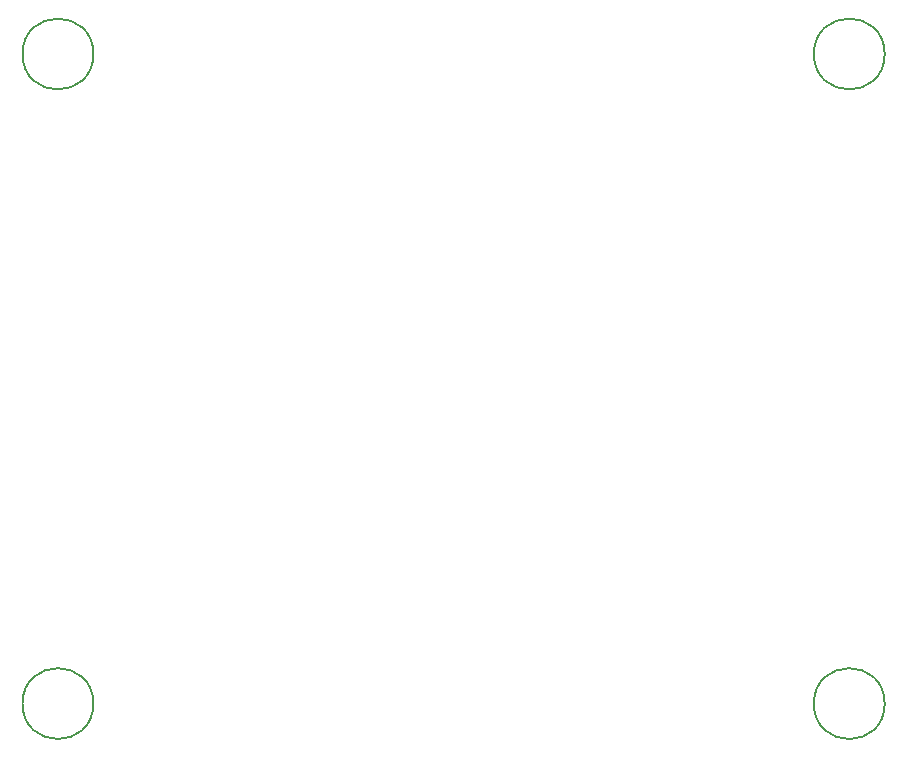
<source format=gbr>
G04 #@! TF.GenerationSoftware,KiCad,Pcbnew,(5.1.5)-3*
G04 #@! TF.CreationDate,2020-04-05T12:45:21+05:30*
G04 #@! TF.ProjectId,Con+fb(v+i),436f6e2b-6662-4287-962b-69292e6b6963,rev?*
G04 #@! TF.SameCoordinates,Original*
G04 #@! TF.FileFunction,Other,Comment*
%FSLAX46Y46*%
G04 Gerber Fmt 4.6, Leading zero omitted, Abs format (unit mm)*
G04 Created by KiCad (PCBNEW (5.1.5)-3) date 2020-04-05 12:45:21*
%MOMM*%
%LPD*%
G04 APERTURE LIST*
%ADD10C,0.150000*%
G04 APERTURE END LIST*
D10*
X74000000Y-87000000D02*
G75*
G03X74000000Y-87000000I-3000000J0D01*
G01*
X141000000Y-87000000D02*
G75*
G03X141000000Y-87000000I-3000000J0D01*
G01*
X141000000Y-142000000D02*
G75*
G03X141000000Y-142000000I-3000000J0D01*
G01*
X74000000Y-142000000D02*
G75*
G03X74000000Y-142000000I-3000000J0D01*
G01*
M02*

</source>
